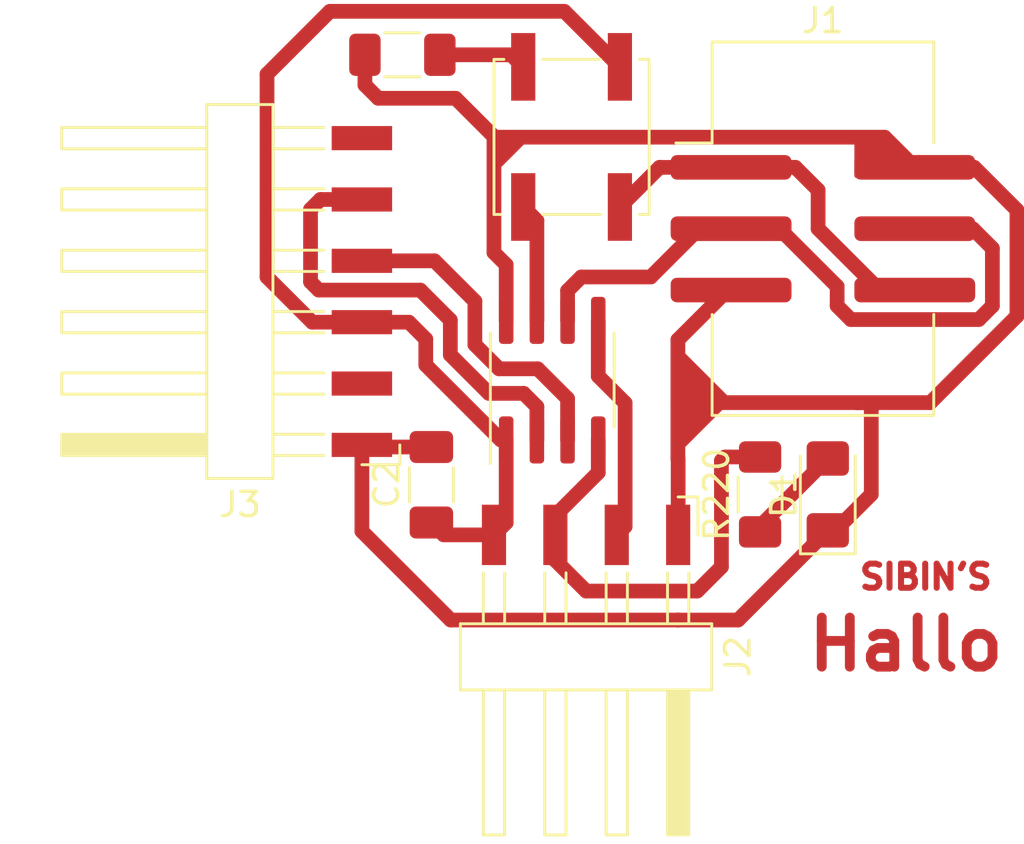
<source format=kicad_pcb>
(kicad_pcb (version 20221018) (generator pcbnew)
  (layers (0 "F.Cu" signal) (31 "B.Cu" signal) (34 "B.Paste" user) (35 "F.Paste" user) (36 "B.SilkS" user "B.Silkscreen") (37 "F.SilkS" user "F.Silkscreen") (38 "B.Mask" user) (39 "F.Mask" user) (44 "Edge.Cuts" user))
  (net 0 "")
  (net 1 "Net-(D1-A)")
  (net 2 "SDA")
  (net 3 "SCL")
  (net 4 "GND")
  (net 5 "PUSH")
  (net 6 "+5V")
  (net 7 "UPDI")
  (net 9 "RX")
  (net 10 "TX")
  (footprint "Package_SO:SOIC-8_3.9x4.9mm_P1.27mm" (layer "F.Cu") (at 126.2 67.87 90)
    (fp_text reference "U1" hide)
    (fp_text value "ATtiny412-SS" hide)
    (fp_line (start 0 -2.56) (end -3.45 -2.56) (stroke (width 0.12)) (layer "F.SilkS"))
    (fp_line (start 0 -2.56) (end 1.95 -2.56) (stroke (width 0.12)) (layer "F.SilkS"))
    (fp_line (start 0 2.56) (end -1.95 2.56) (stroke (width 0.12)) (layer "F.SilkS"))
    (fp_line (start 0 2.56) (end 1.95 2.56) (stroke (width 0.12)) (layer "F.SilkS"))
    (pad "1" smd roundrect (at -2.475 -1.905 90) (size 1.95 0.6) (layers "F.Cu" "F.Paste" "F.Mask") (net 6 "+5V"))
    (pad "2" smd roundrect (at -2.475 -0.635 90) (size 1.95 0.6) (layers "F.Cu" "F.Paste" "F.Mask") (net 10 "TX"))
    (pad "3" smd roundrect (at -2.475 0.635 90) (size 1.95 0.6) (layers "F.Cu" "F.Paste" "F.Mask") (net 9 "RX"))
    (pad "4" smd roundrect (at -2.475 1.905 90) (size 1.95 0.6) (layers "F.Cu" "F.Paste" "F.Mask") (net 2 "SDA"))
    (pad "5" smd roundrect (at 2.475 1.905 90) (size 1.95 0.6) (layers "F.Cu" "F.Paste" "F.Mask") (net 3 "SCL"))
    (pad "6" smd roundrect (at 2.475 0.635 90) (size 1.95 0.6) (layers "F.Cu" "F.Paste" "F.Mask") (net 7 "UPDI"))
    (pad "7" smd roundrect (at 2.475 -0.635 90) (size 1.95 0.6) (layers "F.Cu" "F.Paste" "F.Mask") (net 5 "PUSH"))
    (pad "8" smd roundrect (at 2.475 -1.905 90) (size 1.95 0.6) (layers "F.Cu" "F.Paste" "F.Mask") (net 4 "GND"))
  )
  (footprint "Connector_IDC:IDC-Header_2x03_P2.54mm_Vertical_SMD" (layer "F.Cu") (at 137.4 61.6)
    (fp_text reference "J1" (at 0 -8.62) (layer "F.SilkS"))
    (fp_text value "updi")
    (fp_line (start -4.585 -7.73) (end 4.585 -7.73) (stroke (width 0.12)) (layer "F.SilkS"))
    (fp_line (start -4.585 -3.55) (end -6.085 -3.55) (stroke (width 0.12)) (layer "F.SilkS"))
    (fp_line (start -4.585 -3.55) (end -4.585 -7.73) (stroke (width 0.12)) (layer "F.SilkS"))
    (fp_line (start -4.585 3.55) (end -4.585 7.73) (stroke (width 0.12)) (layer "F.SilkS"))
    (fp_line (start -4.585 7.73) (end 4.585 7.73) (stroke (width 0.12)) (layer "F.SilkS"))
    (fp_line (start 4.585 -7.73) (end 4.585 -3.55) (stroke (width 0.12)) (layer "F.SilkS"))
    (fp_line (start 4.585 7.73) (end 4.585 3.55) (stroke (width 0.12)) (layer "F.SilkS"))
    (pad "1" smd roundrect (at -3.8 -2.54) (size 5 1.02) (layers "F.Cu" "F.Paste" "F.Mask") (net 6 "+5V"))
    (pad "2" smd roundrect (at 3.8 -2.54) (size 5 1.02) (layers "F.Cu" "F.Paste" "F.Mask") (net 4 "GND"))
    (pad "3" smd roundrect (at -3.8 0) (size 5 1.02) (layers "F.Cu" "F.Paste" "F.Mask") (net 7 "UPDI"))
    (pad "4" smd roundrect (at 3.8 0) (size 5 1.02) (layers "F.Cu" "F.Paste" "F.Mask") (net 7 "UPDI"))
    (pad "5" smd roundrect (at -3.8 2.54) (size 5 1.02) (layers "F.Cu" "F.Paste" "F.Mask") (net 4 "GND"))
    (pad "6" smd roundrect (at 3.8 2.54) (size 5 1.02) (layers "F.Cu" "F.Paste" "F.Mask") (net 6 "+5V"))
  )
  (footprint "Button_Switch_SMD:SW_Push_1P1T_NO_CK_KSC6xxJ" (layer "F.Cu") (at 127 57.8 -90)
    (fp_text reference "SW1" hide)
    (fp_text value "SW_Push")
    (fp_line (start -3.21 -3.21) (end -3.21 -2.8) (stroke (width 0.12)) (layer "F.SilkS"))
    (fp_line (start -3.21 -1.2) (end -3.21 1.2) (stroke (width 0.12)) (layer "F.SilkS"))
    (fp_line (start -3.21 2.8) (end -3.21 3.21) (stroke (width 0.12)) (layer "F.SilkS"))
    (fp_line (start -3.21 3.21) (end 3.21 3.21) (stroke (width 0.12)) (layer "F.SilkS"))
    (fp_line (start 3.21 -3.21) (end -3.21 -3.21) (stroke (width 0.12)) (layer "F.SilkS"))
    (fp_line (start 3.21 -2.8) (end 3.21 -3.21) (stroke (width 0.12)) (layer "F.SilkS"))
    (fp_line (start 3.21 1.2) (end 3.21 -1.2) (stroke (width 0.12)) (layer "F.SilkS"))
    (fp_line (start 3.21 3.21) (end 3.21 2.93) (stroke (width 0.12)) (layer "F.SilkS"))
    (pad "1" smd rect (at -2.9 -2 270) (size 2.8 1) (layers "F.Cu" "F.Paste" "F.Mask") (net 6 "+5V"))
    (pad "1" smd rect (at 2.9 -2 270) (size 2.8 1) (layers "F.Cu" "F.Paste" "F.Mask") (net 6 "+5V"))
    (pad "2" smd rect (at -2.9 2 270) (size 2.8 1) (layers "F.Cu" "F.Paste" "F.Mask") (net 5 "PUSH"))
    (pad "2" smd rect (at 2.9 2 270) (size 2.8 1) (layers "F.Cu" "F.Paste" "F.Mask") (net 5 "PUSH"))
  )
  (footprint "Capacitor_SMD:C_1206_3216Metric_Pad1.33x1.80mm_HandSolder" (layer "F.Cu") (at 121.2 72.2 90)
    (fp_text reference "C2" (at 0 -1.85 90) (layer "F.SilkS"))
    (fp_text value "C")
    (fp_line (start -0.711252 -0.91) (end 0.711252 -0.91) (stroke (width 0.12)) (layer "F.SilkS"))
    (fp_line (start -0.711252 0.91) (end 0.711252 0.91) (stroke (width 0.12)) (layer "F.SilkS"))
    (pad "1" smd roundrect (at -1.5625 0 90) (size 1.325 1.8) (layers "F.Cu" "F.Paste" "F.Mask") (roundrect_rratio 0.1886792453) (net 6 "+5V"))
    (pad "2" smd roundrect (at 1.5625 0 90) (size 1.325 1.8) (layers "F.Cu" "F.Paste" "F.Mask") (roundrect_rratio 0.1886792453) (net 4 "GND"))
  )
  (footprint "LED_SMD:LED_1206_3216Metric_Pad1.42x1.75mm_HandSolder" (layer "F.Cu") (at 137.6 72.6 90)
    (fp_text reference "D1" (at 0 -1.82 90) (layer "F.SilkS"))
    (fp_text value "LED")
    (fp_line (start -2.46 -1.135) (end -2.46 1.135) (stroke (width 0.12)) (layer "F.SilkS"))
    (fp_line (start -2.46 1.135) (end 1.6 1.135) (stroke (width 0.12)) (layer "F.SilkS"))
    (fp_line (start 1.6 -1.135) (end -2.46 -1.135) (stroke (width 0.12)) (layer "F.SilkS"))
    (pad "1" smd roundrect (at -1.4875 0 90) (size 1.425 1.75) (layers "F.Cu" "F.Paste" "F.Mask") (roundrect_rratio 0.1754392982) (net 4 "GND"))
    (pad "2" smd roundrect (at 1.4875 0 90) (size 1.425 1.75) (layers "F.Cu" "F.Paste" "F.Mask") (roundrect_rratio 0.1754392982) (net 1 "Net-(D1-A)"))
  )
  (footprint "Resistor_SMD:R_1206_3216Metric_Pad1.30x1.75mm_HandSolder" (layer "F.Cu") (at 134.8 72.6 90)
    (fp_text reference "R220" (at 0 -1.7998 90) (layer "F.SilkS"))
    (fp_text value "R_US")
    (fp_line (start -0.727064 -0.91) (end 0.727064 -0.91) (stroke (width 0.12)) (layer "F.SilkS"))
    (fp_line (start -0.727064 0.91) (end 0.727064 0.91) (stroke (width 0.12)) (layer "F.SilkS"))
    (pad "1" smd roundrect (at -1.55 0 90) (size 1.3 1.75) (layers "F.Cu" "F.Paste" "F.Mask") (roundrect_rratio 0.1923076923) (net 1 "Net-(D1-A)"))
    (pad "2" smd roundrect (at 1.55 0 90) (size 1.3 1.75) (layers "F.Cu" "F.Paste" "F.Mask") (roundrect_rratio 0.1923076923) (net 2 "SDA"))
  )
  (footprint "Resistor_SMD:R_1206_3216Metric_Pad1.30x1.75mm_HandSolder" (layer "F.Cu") (at 120 54.4)
    (fp_text reference "2.2k3" hide)
    (fp_text value "R_US" hide)
    (fp_line (start -0.727064 -0.91) (end 0.727064 -0.91) (stroke (width 0.12)) (layer "F.SilkS"))
    (fp_line (start -0.727064 0.91) (end 0.727064 0.91) (stroke (width 0.12)) (layer "F.SilkS"))
    (pad "1" smd roundrect (at -1.55 0) (size 1.3 1.75) (layers "F.Cu" "F.Paste" "F.Mask") (roundrect_rratio 0.1923076923) (net 4 "GND"))
    (pad "2" smd roundrect (at 1.55 0) (size 1.3 1.75) (layers "F.Cu" "F.Paste" "F.Mask") (roundrect_rratio 0.1923076923) (net 5 "PUSH"))
  )
  (footprint "Connector_Harwin:Harwin_M20-89006xx_1x06_P2.54mm_Horizontal" (layer "F.Cu") (at 112.8 64.2 180)
    (fp_text reference "J3" (at -0.48 -8.82) (layer "F.SilkS"))
    (fp_text value "Conn_01x06_Pin")
    (fp_line (start -7.095 -7.17) (end -5.525 -7.17) (stroke (width 0.12)) (layer "F.SilkS"))
    (fp_line (start -7.095 -6.35) (end -7.095 -7.17) (stroke (width 0.12)) (layer "F.SilkS"))
    (fp_line (start -3.955 -6.79) (end -1.845 -6.79) (stroke (width 0.12)) (layer "F.SilkS"))
    (fp_line (start -3.955 -5.91) (end -1.845 -5.91) (stroke (width 0.12)) (layer "F.SilkS"))
    (fp_line (start -3.955 -4.25) (end -1.845 -4.25) (stroke (width 0.12)) (layer "F.SilkS"))
    (fp_line (start -3.955 -3.37) (end -1.845 -3.37) (stroke (width 0.12)) (layer "F.SilkS"))
    (fp_line (start -3.955 -1.71) (end -1.845 -1.71) (stroke (width 0.12)) (layer "F.SilkS"))
    (fp_line (start -3.955 -0.83) (end -1.845 -0.83) (stroke (width 0.12)) (layer "F.SilkS"))
    (fp_line (start -3.955 0.83) (end -1.845 0.83) (stroke (width 0.12)) (layer "F.SilkS"))
    (fp_line (start -3.955 1.71) (end -1.845 1.71) (stroke (width 0.12)) (layer "F.SilkS"))
    (fp_line (start -3.955 3.37) (end -1.845 3.37) (stroke (width 0.12)) (layer "F.SilkS"))
    (fp_line (start -3.955 4.25) (end -1.845 4.25) (stroke (width 0.12)) (layer "F.SilkS"))
    (fp_line (start -3.955 5.91) (end -1.845 5.91) (stroke (width 0.12)) (layer "F.SilkS"))
    (fp_line (start -3.955 6.79) (end -1.845 6.79) (stroke (width 0.12)) (layer "F.SilkS"))
    (fp_line (start -1.845 -7.74) (end 0.895 -7.74) (stroke (width 0.12)) (layer "F.SilkS"))
    (fp_line (start -1.845 7.74) (end -1.845 -7.74) (stroke (width 0.12)) (layer "F.SilkS"))
    (fp_line (start 0.895 -7.74) (end 0.895 7.74) (stroke (width 0.12)) (layer "F.SilkS"))
    (fp_line (start 0.895 -6.79) (end 6.895 -6.79) (stroke (width 0.12)) (layer "F.SilkS"))
    (fp_line (start 0.895 -4.25) (end 6.895 -4.25) (stroke (width 0.12)) (layer "F.SilkS"))
    (fp_line (start 0.895 -1.71) (end 6.895 -1.71) (stroke (width 0.12)) (layer "F.SilkS"))
    (fp_line (start 0.895 0.83) (end 6.895 0.83) (stroke (width 0.12)) (layer "F.SilkS"))
    (fp_line (start 0.895 3.37) (end 6.895 3.37) (stroke (width 0.12)) (layer "F.SilkS"))
    (fp_line (start 0.895 5.91) (end 6.895 5.91) (stroke (width 0.12)) (layer "F.SilkS"))
    (fp_line (start 0.895 7.74) (end -1.845 7.74) (stroke (width 0.12)) (layer "F.SilkS"))
    (fp_line (start 6.895 -6.79) (end 6.895 -5.91) (stroke (width 0.12)) (layer "F.SilkS"))
    (fp_line (start 6.895 -5.91) (end 0.895 -5.91) (stroke (width 0.12)) (layer "F.SilkS"))
    (fp_line (start 6.895 -4.25) (end 6.895 -3.37) (stroke (width 0.12)) (layer "F.SilkS"))
    (fp_line (start 6.895 -3.37) (end 0.895 -3.37) (stroke (width 0.12)) (layer "F.SilkS"))
    (fp_line (start 6.895 -1.71) (end 6.895 -0.83) (stroke (width 0.12)) (layer "F.SilkS"))
    (fp_line (start 6.895 -0.83) (end 0.895 -0.83) (stroke (width 0.12)) (layer "F.SilkS"))
    (fp_line (start 6.895 0.83) (end 6.895 1.71) (stroke (width 0.12)) (layer "F.SilkS"))
    (fp_line (start 6.895 1.71) (end 0.895 1.71) (stroke (width 0.12)) (layer "F.SilkS"))
    (fp_line (start 6.895 3.37) (end 6.895 4.25) (stroke (width 0.12)) (layer "F.SilkS"))
    (fp_line (start 6.895 4.25) (end 0.895 4.25) (stroke (width 0.12)) (layer "F.SilkS"))
    (fp_line (start 6.895 5.91) (end 6.895 6.79) (stroke (width 0.12)) (layer "F.SilkS"))
    (fp_line (start 6.895 6.79) (end 0.895 6.79) (stroke (width 0.12)) (layer "F.SilkS"))
    (pad "" smd rect (at 3.895 -6.35 180) (size 6 0.76) (layers "F.SilkS"))
    (pad "1" smd rect (at -5.525 -6.35 180) (size 2.5 1) (layers "F.Cu" "F.Paste" "F.Mask") (net 4 "GND"))
    (pad "2" smd rect (at -5.525 -3.81 180) (size 2.5 1) (layers "F.Cu" "F.Paste" "F.Mask"))
    (pad "3" smd rect (at -5.525 -1.27 180) (size 2.5 1) (layers "F.Cu" "F.Paste" "F.Mask") (net 6 "+5V"))
    (pad "4" smd rect (at -5.525 1.27 180) (size 2.5 1) (layers "F.Cu" "F.Paste" "F.Mask") (net 9 "RX"))
    (pad "5" smd rect (at -5.525 3.81 180) (size 2.5 1) (layers "F.Cu" "F.Paste" "F.Mask") (net 10 "TX"))
    (pad "6" smd rect (at -5.525 6.35 180) (size 2.5 1) (layers "F.Cu" "F.Paste" "F.Mask"))
  )
  (footprint "Connector_Harwin:Harwin_M20-89004xx_1x04_P2.54mm_Horizontal" (layer "F.Cu") (at 127.6 79.8 -90)
    (fp_text reference "J2" (at -0.48 -6.28 90) (layer "F.SilkS"))
    (fp_text value "I2C")
    (fp_line (start -7.095 -4.63) (end -5.525 -4.63) (stroke (width 0.12)) (layer "F.SilkS"))
    (fp_line (start -7.095 -3.81) (end -7.095 -4.63) (stroke (width 0.12)) (layer "F.SilkS"))
    (fp_line (start -3.955 -4.25) (end -1.845 -4.25) (stroke (width 0.12)) (layer "F.SilkS"))
    (fp_line (start -3.955 -3.37) (end -1.845 -3.37) (stroke (width 0.12)) (layer "F.SilkS"))
    (fp_line (start -3.955 -1.71) (end -1.845 -1.71) (stroke (width 0.12)) (layer "F.SilkS"))
    (fp_line (start -3.955 -0.83) (end -1.845 -0.83) (stroke (width 0.12)) (layer "F.SilkS"))
    (fp_line (start -3.955 0.83) (end -1.845 0.83) (stroke (width 0.12)) (layer "F.SilkS"))
    (fp_line (start -3.955 1.71) (end -1.845 1.71) (stroke (width 0.12)) (layer "F.SilkS"))
    (fp_line (start -3.955 3.37) (end -1.845 3.37) (stroke (width 0.12)) (layer "F.SilkS"))
    (fp_line (start -3.955 4.25) (end -1.845 4.25) (stroke (width 0.12)) (layer "F.SilkS"))
    (fp_line (start -1.845 -5.2) (end 0.895 -5.2) (stroke (width 0.12)) (layer "F.SilkS"))
    (fp_line (start -1.845 5.2) (end -1.845 -5.2) (stroke (width 0.12)) (layer "F.SilkS"))
    (fp_line (start 0.895 -5.2) (end 0.895 5.2) (stroke (width 0.12)) (layer "F.SilkS"))
    (fp_line (start 0.895 -4.25) (end 6.895 -4.25) (stroke (width 0.12)) (layer "F.SilkS"))
    (fp_line (start 0.895 -1.71) (end 6.895 -1.71) (stroke (width 0.12)) (layer "F.SilkS"))
    (fp_line (start 0.895 0.83) (end 6.895 0.83) (stroke (width 0.12)) (layer "F.SilkS"))
    (fp_line (start 0.895 3.37) (end 6.895 3.37) (stroke (width 0.12)) (layer "F.SilkS"))
    (fp_line (start 0.895 5.2) (end -1.845 5.2) (stroke (width 0.12)) (layer "F.SilkS"))
    (fp_line (start 6.895 -4.25) (end 6.895 -3.37) (stroke (width 0.12)) (layer "F.SilkS"))
    (fp_line (start 6.895 -3.37) (end 0.895 -3.37) (stroke (width 0.12)) (layer "F.SilkS"))
    (fp_line (start 6.895 -1.71) (end 6.895 -0.83) (stroke (width 0.12)) (layer "F.SilkS"))
    (fp_line (start 6.895 -0.83) (end 0.895 -0.83) (stroke (width 0.12)) (layer "F.SilkS"))
    (fp_line (start 6.895 0.83) (end 6.895 1.71) (stroke (width 0.12)) (layer "F.SilkS"))
    (fp_line (start 6.895 1.71) (end 0.895 1.71) (stroke (width 0.12)) (layer "F.SilkS"))
    (fp_line (start 6.895 3.37) (end 6.895 4.25) (stroke (width 0.12)) (layer "F.SilkS"))
    (fp_line (start 6.895 4.25) (end 0.895 4.25) (stroke (width 0.12)) (layer "F.SilkS"))
    (pad "" smd rect (at 3.895 -3.81 270) (size 6 0.76) (layers "F.SilkS"))
    (pad "1" smd rect (at -5.525 -3.81 270) (size 2.5 1) (layers "F.Cu" "F.Paste" "F.Mask") (net 4 "GND"))
    (pad "2" smd rect (at -5.525 -1.27 270) (size 2.5 1) (layers "F.Cu" "F.Paste" "F.Mask") (net 3 "SCL"))
    (pad "3" smd rect (at -5.525 1.27 270) (size 2.5 1) (layers "F.Cu" "F.Paste" "F.Mask") (net 2 "SDA"))
    (pad "4" smd rect (at -5.525 3.81 270) (size 2.5 1) (layers "F.Cu" "F.Paste" "F.Mask") (net 6 "+5V"))
  )
  (gr_poly (pts (xy 138.8 57.8) (xy 138.8 59.4) (xy 140.8 59.4) (xy 141 59.2) (xy 139.6 57.8)) (stroke (width 0.2)) (fill solid) (layer "F.Cu"))
  (gr_poly (pts (xy 124 59) (xy 125 58) (xy 124.8 57.8) (xy 124 57.8) (xy 124 58.8)) (stroke (width 0.2)) (fill solid) (layer "F.Cu"))
  (gr_poly (pts (xy 131.6 70.6) (xy 133.4 68.8) (xy 133.4 68.6) (xy 131.6 66.8) (xy 131.6 70.4)) (stroke (width 0.2)) (fill solid) (layer "F.Cu"))
  (gr_text "Hallo" (at 136.6 80) (layer "F.Cu") (effects (font (size 2.032 2.032) (thickness 0.4064) bold) (justify left bottom)))
  (gr_text "SIBIN'S" (at 138.8 76.6) (layer "F.Cu") (effects (font (size 1 1) (thickness 0.25) bold) (justify left bottom)))
  (segment (start 134.8 73.9125) (end 137.6 71.1125) (width 0.6096) (layer "F.Cu") (net 1))
  (segment (start 134.8 74.15) (end 134.8 73.9125) (width 0.6096) (layer "F.Cu") (net 1))
  (segment (start 127.6 76.6) (end 132.2 76.6) (width 0.6096) (layer "F.Cu") (net 2))
  (segment (start 126.33 73.47) (end 128.105 71.695) (width 0.6096) (layer "F.Cu") (net 2))
  (segment (start 133.2 71.2) (end 133.35 71.05) (width 0.6096) (layer "F.Cu") (net 2))
  (segment (start 133.35 71.05) (end 134.8 71.05) (width 0.6096) (layer "F.Cu") (net 2))
  (segment (start 126.33 74.275) (end 126.33 73.47) (width 0.6096) (layer "F.Cu") (net 2))
  (segment (start 126.33 75.33) (end 127.6 76.6) (width 0.6096) (layer "F.Cu") (net 2))
  (segment (start 126.33 74.275) (end 126.33 75.33) (width 0.6096) (layer "F.Cu") (net 2))
  (segment (start 132.2 76.6) (end 133.2 75.6) (width 0.6096) (layer "F.Cu") (net 2))
  (segment (start 133.2 75.6) (end 133.2 71.2) (width 0.6096) (layer "F.Cu") (net 2))
  (segment (start 128.105 71.695) (end 128.105 70.345) (width 0.6096) (layer "F.Cu") (net 2))
  (segment (start 129.2162 73.9288) (end 128.87 74.275) (width 0.6096) (layer "F.Cu") (net 3))
  (segment (start 128.105 67.705) (end 129.2162 68.8162) (width 0.6096) (layer "F.Cu") (net 3))
  (segment (start 129.2162 68.8162) (end 129.2162 73.9288) (width 0.6096) (layer "F.Cu") (net 3))
  (segment (start 128.105 65.395) (end 128.105 67.705) (width 0.6096) (layer "F.Cu") (net 3))
  (segment (start 133.8875 77.8) (end 131.4 77.8) (width 0.6096) (layer "F.Cu") (net 4))
  (segment (start 133.46 64.14) (end 131.4 66.2) (width 0.6096) (layer "F.Cu") (net 4))
  (segment (start 137.6 74.0875) (end 133.8875 77.8) (width 0.6096) (layer "F.Cu") (net 4))
  (segment (start 123.8 57.8) (end 122.2 56.2) (width 0.6096) (layer "F.Cu") (net 4))
  (segment (start 137.6 74.0875) (end 137.9125 74.0875) (width 0.6096) (layer "F.Cu") (net 4))
  (segment (start 131.4 68.8) (end 131.4 71.12) (width 0.6096) (layer "F.Cu") (net 4))
  (segment (start 123.7888 57.8112) (end 139.9512 57.8112) (width 0.6096) (layer "F.Cu") (net 4))
  (segment (start 139.4 72.6) (end 139.4 69) (width 0.6096) (layer "F.Cu") (net 4))
  (segment (start 139.9512 57.8112) (end 141.2 59.06) (width 0.6096) (layer "F.Cu") (net 4))
  (segment (start 119 56.2) (end 118.45 55.65) (width 0.6096) (layer "F.Cu") (net 4))
  (segment (start 145.4272 60.8272) (end 143.66 59.06) (width 0.6096) (layer "F.Cu") (net 4))
  (segment (start 137.9125 74.0875) (end 139.4 72.6) (width 0.6096) (layer "F.Cu") (net 4))
  (segment (start 143.66 59.06) (end 141.2 59.06) (width 0.6096) (layer "F.Cu") (net 4))
  (segment (start 139.6 68.8) (end 138.8 68.8) (width 0.6096) (layer "F.Cu") (net 4))
  (segment (start 124.295 63.095) (end 123.7888 62.5888) (width 0.6096) (layer "F.Cu") (net 4))
  (segment (start 131.41 77.79) (end 131.4 77.8) (width 0.6096) (layer "F.Cu") (net 4))
  (segment (start 118.4125 70.6375) (end 118.325 70.55) (width 0.6096) (layer "F.Cu") (net 4))
  (segment (start 121.2 70.6375) (end 118.4125 70.6375) (width 0.6096) (layer "F.Cu") (net 4))
  (segment (start 145.4272 65.216053) (end 145.4272 60.8272) (width 0.6096) (layer "F.Cu") (net 4))
  (segment (start 131.4 71.12) (end 131.41 71.13) (width 0.6096) (layer "F.Cu") (net 4))
  (segment (start 131.4 77.8) (end 122 77.8) (width 0.6096) (layer "F.Cu") (net 4))
  (segment (start 133.6 64.14) (end 133.46 64.14) (width 0.6096) (layer "F.Cu") (net 4))
  (segment (start 118.325 74.125) (end 118.325 70.55) (width 0.6096) (layer "F.Cu") (net 4))
  (segment (start 123.7888 62.5888) (end 123.7888 57.8112) (width 0.6096) (layer "F.Cu") (net 4))
  (segment (start 123.7888 57.8112) (end 123.8 57.8) (width 0.6096) (layer "F.Cu") (net 4))
  (segment (start 138.8 68.8) (end 131.4 68.8) (width 0.6096) (layer "F.Cu") (net 4))
  (segment (start 122.2 56.2) (end 119 56.2) (width 0.6096) (layer "F.Cu") (net 4))
  (segment (start 138.8 68.8) (end 141.843253 68.8) (width 0.6096) (layer "F.Cu") (net 4))
  (segment (start 122 77.8) (end 118.325 74.125) (width 0.6096) (layer "F.Cu") (net 4))
  (segment (start 131.41 74.275) (end 131.41 71.13) (width 0.6096) (layer "F.Cu") (net 4))
  (segment (start 141.843253 68.8) (end 145.4272 65.216053) (width 0.6096) (layer "F.Cu") (net 4))
  (segment (start 124.295 65.395) (end 124.295 63.095) (width 0.6096) (layer "F.Cu") (net 4))
  (segment (start 131.4 66.2) (end 131.4 68.8) (width 0.6096) (layer "F.Cu") (net 4))
  (segment (start 139.4 69) (end 139.6 68.8) (width 0.6096) (layer "F.Cu") (net 4))
  (segment (start 141.4 58.86) (end 141.2 59.06) (width 0.6096) (layer "F.Cu") (net 4))
  (segment (start 118.45 55.65) (end 118.45 54.4) (width 0.6096) (layer "F.Cu") (net 4))
  (segment (start 125.565 61.265) (end 125 60.7) (width 0.6096) (layer "F.Cu") (net 5))
  (segment (start 125.565 65.395) (end 125.565 61.265) (width 0.6096) (layer "F.Cu") (net 5))
  (segment (start 124.5 54.4) (end 125 54.9) (width 0.6096) (layer "F.Cu") (net 5))
  (segment (start 121.55 54.4) (end 124.5 54.4) (width 0.6096) (layer "F.Cu") (net 5))
  (segment (start 124.295 73.77) (end 123.79 74.275) (width 0.6096) (layer "F.Cu") (net 6))
  (segment (start 137.2 61.6) (end 139.74 64.14) (width 0.6096) (layer "F.Cu") (net 6))
  (segment (start 114.4 55.2) (end 117 52.6) (width 0.6096) (layer "F.Cu") (net 6))
  (segment (start 126.7 52.6) (end 129 54.9) (width 0.6096) (layer "F.Cu") (net 6))
  (segment (start 133.6 59.06) (end 136.26 59.06) (width 0.6096) (layer "F.Cu") (net 6))
  (segment (start 120.9678 66.1678) (end 120.9678 67.241764) (width 0.6096) (layer "F.Cu") (net 6))
  (segment (start 129 60.7) (end 130.64 59.06) (width 0.6096) (layer "F.Cu") (net 6))
  (segment (start 123.79 74.275) (end 121.7125 74.275) (width 0.6096) (layer "F.Cu") (net 6))
  (segment (start 124.071036 70.345) (end 124.295 70.345) (width 0.6096) (layer "F.Cu") (net 6))
  (segment (start 136.26 59.06) (end 137.2 60) (width 0.6096) (layer "F.Cu") (net 6))
  (segment (start 120.27 65.47) (end 120.9678 66.1678) (width 0.6096) (layer "F.Cu") (net 6))
  (segment (start 139.74 64.14) (end 141.2 64.14) (width 0.6096) (layer "F.Cu") (net 6))
  (segment (start 124.295 70.345) (end 124.295 73.77) (width 0.6096) (layer "F.Cu") (net 6))
  (segment (start 118.325 65.47) (end 120.27 65.47) (width 0.6096) (layer "F.Cu") (net 6))
  (segment (start 121.7125 74.275) (end 121.2 73.7625) (width 0.6096) (layer "F.Cu") (net 6))
  (segment (start 117.27 65.47) (end 116.27 65.47) (width 0.6096) (layer "F.Cu") (net 6))
  (segment (start 116.27 65.47) (end 114.4 63.6) (width 0.6096) (layer "F.Cu") (net 6))
  (segment (start 130.64 59.06) (end 133.6 59.06) (width 0.6096) (layer "F.Cu") (net 6))
  (segment (start 117 52.6) (end 126.7 52.6) (width 0.6096) (layer "F.Cu") (net 6))
  (segment (start 114.4 63.6) (end 114.4 55.2) (width 0.6096) (layer "F.Cu") (net 6))
  (segment (start 137.2 60) (end 137.2 61.6) (width 0.6096) (layer "F.Cu") (net 6))
  (segment (start 120.9678 67.241764) (end 124.071036 70.345) (width 0.6096) (layer "F.Cu") (net 6))
  (segment (start 127.4 63.6) (end 130.273587 63.6) (width 0.6096) (layer "F.Cu") (net 7))
  (segment (start 143.6 61.6) (end 141.2 61.6) (width 0.6096) (layer "F.Cu") (net 7))
  (segment (start 133.6 61.6) (end 135.6 61.6) (width 0.6096) (layer "F.Cu") (net 7))
  (segment (start 126.835 65.395) (end 126.835 64.165) (width 0.6096) (layer "F.Cu") (net 7))
  (segment (start 135.6 61.6) (end 137.9888 63.9888) (width 0.6096) (layer "F.Cu") (net 7))
  (segment (start 132.273587 61.6) (end 133.6 61.6) (width 0.6096) (layer "F.Cu") (net 7))
  (segment (start 138.554787 65.3612) (end 143.845213 65.3612) (width 0.6096) (layer "F.Cu") (net 7))
  (segment (start 133.6 61.6) (end 131.4 61.6) (width 0.6096) (layer "F.Cu") (net 7))
  (segment (start 137.9888 63.9888) (end 137.9888 64.795213) (width 0.6096) (layer "F.Cu") (net 7))
  (segment (start 130.273587 63.6) (end 132.273587 61.6) (width 0.6096) (layer "F.Cu") (net 7))
  (segment (start 144.4112 64.795213) (end 144.4112 62.4112) (width 0.6096) (layer "F.Cu") (net 7))
  (segment (start 143.845213 65.3612) (end 144.4112 64.795213) (width 0.6096) (layer "F.Cu") (net 7))
  (segment (start 126.835 64.165) (end 127.4 63.6) (width 0.6096) (layer "F.Cu") (net 7))
  (segment (start 137.9888 64.795213) (end 138.554787 65.3612) (width 0.6096) (layer "F.Cu") (net 7))
  (segment (start 144.4112 62.4112) (end 143.6 61.6) (width 0.6096) (layer "F.Cu") (net 7))
  (segment (start 121.33 62.93) (end 118.325 62.93) (width 0.61) (layer "F.Cu") (net 9))
  (segment (start 124 67.4) (end 123 66.4) (width 0.61) (layer "F.Cu") (net 9))
  (segment (start 125.6 67.4) (end 124 67.4) (width 0.61) (layer "F.Cu") (net 9))
  (segment (start 126.835 68.635) (end 125.6 67.4) (width 0.61) (layer "F.Cu") (net 9))
  (segment (start 126.835 70.345) (end 126.835 68.635) (width 0.61) (layer "F.Cu") (net 9))
  (segment (start 123 64.6) (end 121.33 62.93) (width 0.61) (layer "F.Cu") (net 9))
  (segment (start 123 66.4) (end 123 64.6) (width 0.61) (layer "F.Cu") (net 9))
  (segment (start 116.61 60.39) (end 118.325 60.39) (width 0.6096) (layer "F.Cu") (net 10))
  (segment (start 116.2 63.8) (end 116.2 60.8) (width 0.6096) (layer "F.Cu") (net 10))
  (segment (start 116.2 60.8) (end 116.61 60.39) (width 0.6096) (layer "F.Cu") (net 10))
  (segment (start 121.9838 65.3838) (end 120.7412 64.1412) (width 0.6096) (layer "F.Cu") (net 10))
  (segment (start 125.0162 68.4162) (end 123.579076 68.4162) (width 0.6096) (layer "F.Cu") (net 10))
  (segment (start 120.7412 64.1412) (end 116.5412 64.1412) (width 0.6096) (layer "F.Cu") (net 10))
  (segment (start 121.9838 66.820924) (end 121.9838 65.3838) (width 0.6096) (layer "F.Cu") (net 10))
  (segment (start 125.565 70.345) (end 125.565 68.965) (width 0.6096) (layer "F.Cu") (net 10))
  (segment (start 125.565 68.965) (end 125.0162 68.4162) (width 0.6096) (layer "F.Cu") (net 10))
  (segment (start 123.579076 68.4162) (end 121.9838 66.820924) (width 0.6096) (layer "F.Cu") (net 10))
  (segment (start 116.5412 64.1412) (end 116.2 63.8) (width 0.6096) (layer "F.Cu") (net 10))
)
</source>
